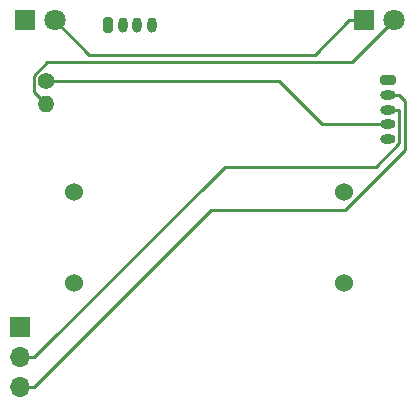
<source format=gbr>
%TF.GenerationSoftware,KiCad,Pcbnew,(6.0.7-1)-1*%
%TF.CreationDate,2023-10-29T12:13:08+10:00*%
%TF.ProjectId,GAUGE_Analog Instruments,47415547-455f-4416-9e61-6c6f6720496e,rev?*%
%TF.SameCoordinates,Original*%
%TF.FileFunction,Copper,L1,Top*%
%TF.FilePolarity,Positive*%
%FSLAX46Y46*%
G04 Gerber Fmt 4.6, Leading zero omitted, Abs format (unit mm)*
G04 Created by KiCad (PCBNEW (6.0.7-1)-1) date 2023-10-29 12:13:08*
%MOMM*%
%LPD*%
G01*
G04 APERTURE LIST*
G04 Aperture macros list*
%AMRoundRect*
0 Rectangle with rounded corners*
0 $1 Rounding radius*
0 $2 $3 $4 $5 $6 $7 $8 $9 X,Y pos of 4 corners*
0 Add a 4 corners polygon primitive as box body*
4,1,4,$2,$3,$4,$5,$6,$7,$8,$9,$2,$3,0*
0 Add four circle primitives for the rounded corners*
1,1,$1+$1,$2,$3*
1,1,$1+$1,$4,$5*
1,1,$1+$1,$6,$7*
1,1,$1+$1,$8,$9*
0 Add four rect primitives between the rounded corners*
20,1,$1+$1,$2,$3,$4,$5,0*
20,1,$1+$1,$4,$5,$6,$7,0*
20,1,$1+$1,$6,$7,$8,$9,0*
20,1,$1+$1,$8,$9,$2,$3,0*%
G04 Aperture macros list end*
%TA.AperFunction,ComponentPad*%
%ADD10C,1.524000*%
%TD*%
%TA.AperFunction,ComponentPad*%
%ADD11RoundRect,0.200000X-0.200000X-0.450000X0.200000X-0.450000X0.200000X0.450000X-0.200000X0.450000X0*%
%TD*%
%TA.AperFunction,ComponentPad*%
%ADD12O,0.800000X1.300000*%
%TD*%
%TA.AperFunction,ComponentPad*%
%ADD13C,1.400000*%
%TD*%
%TA.AperFunction,ComponentPad*%
%ADD14O,1.400000X1.400000*%
%TD*%
%TA.AperFunction,ComponentPad*%
%ADD15R,1.800000X1.800000*%
%TD*%
%TA.AperFunction,ComponentPad*%
%ADD16C,1.800000*%
%TD*%
%TA.AperFunction,ComponentPad*%
%ADD17RoundRect,0.200000X-0.450000X0.200000X-0.450000X-0.200000X0.450000X-0.200000X0.450000X0.200000X0*%
%TD*%
%TA.AperFunction,ComponentPad*%
%ADD18O,1.300000X0.800000*%
%TD*%
%TA.AperFunction,ComponentPad*%
%ADD19R,1.700000X1.700000*%
%TD*%
%TA.AperFunction,ComponentPad*%
%ADD20O,1.700000X1.700000*%
%TD*%
%TA.AperFunction,Conductor*%
%ADD21C,0.250000*%
%TD*%
G04 APERTURE END LIST*
D10*
%TO.P,M1,1*%
%TO.N,/COIL1*%
X168512800Y-93018000D03*
%TO.P,M1,2,-*%
%TO.N,/COIL2*%
X168512800Y-100718000D03*
%TO.P,M1,3*%
%TO.N,/COIL3*%
X191362800Y-100718000D03*
%TO.P,M1,4*%
%TO.N,/COIL4*%
X191362800Y-93018000D03*
%TD*%
D11*
%TO.P,J1,1,Pin_1*%
%TO.N,/COIL1*%
X171336500Y-78934600D03*
D12*
%TO.P,J1,2,Pin_2*%
%TO.N,/COIL4*%
X172586500Y-78934600D03*
%TO.P,J1,3,Pin_3*%
%TO.N,/COIL2*%
X173836500Y-78934600D03*
%TO.P,J1,4,Pin_4*%
%TO.N,/COIL3*%
X175086500Y-78934600D03*
%TD*%
D13*
%TO.P,R1,1*%
%TO.N,/BACKLIGHT_+12V*%
X166099500Y-83675600D03*
D14*
%TO.P,R1,2*%
%TO.N,Net-(D1-Pad2)*%
X166099500Y-85575600D03*
%TD*%
D15*
%TO.P,D2,1,K*%
%TO.N,/BACKLIGHT_GND*%
X164316500Y-78484600D03*
D16*
%TO.P,D2,2,A*%
%TO.N,Net-(D1-Pad1)*%
X166856500Y-78484600D03*
%TD*%
D15*
%TO.P,D1,1,K*%
%TO.N,Net-(D1-Pad1)*%
X193023500Y-78484600D03*
D16*
%TO.P,D1,2,A*%
%TO.N,Net-(D1-Pad2)*%
X195563500Y-78484600D03*
%TD*%
D17*
%TO.P,J4,1,Pin_1*%
%TO.N,/5V*%
X195055500Y-83564600D03*
D18*
%TO.P,J4,2,Pin_2*%
%TO.N,GND*%
X195055500Y-84814600D03*
%TO.P,J4,3,Pin_3*%
%TO.N,/ZERO_DETECT*%
X195055500Y-86064600D03*
%TO.P,J4,4,Pin_4*%
%TO.N,/BACKLIGHT_+12V*%
X195055500Y-87314600D03*
%TO.P,J4,5,Pin_5*%
%TO.N,/BACKLIGHT_GND*%
X195055500Y-88564600D03*
%TD*%
D19*
%TO.P,J3,1,Pin_1*%
%TO.N,/5V*%
X163897800Y-104488000D03*
D20*
%TO.P,J3,2,Pin_2*%
%TO.N,/ZERO_DETECT*%
X163897800Y-107028000D03*
%TO.P,J3,3,Pin_3*%
%TO.N,GND*%
X163897800Y-109568000D03*
%TD*%
D21*
%TO.N,GND*%
X165073100Y-109568000D02*
X180092300Y-94548800D01*
X163897800Y-109568000D02*
X165073100Y-109568000D01*
X180092300Y-94548800D02*
X191403100Y-94548800D01*
X196505500Y-89446400D02*
X196505500Y-85289300D01*
X191403100Y-94548800D02*
X196505500Y-89446400D01*
X195055500Y-84814600D02*
X196030800Y-84814600D01*
X196505500Y-85289300D02*
X196030800Y-84814600D01*
%TO.N,/ZERO_DETECT*%
X196030800Y-88883800D02*
X194035900Y-90878700D01*
X195055500Y-86064600D02*
X196030800Y-86064600D01*
X194035900Y-90878700D02*
X181222400Y-90878700D01*
X181222400Y-90878700D02*
X165073100Y-107028000D01*
X163897800Y-107028000D02*
X165073100Y-107028000D01*
X196030800Y-86064600D02*
X196030800Y-88883800D01*
%TO.N,Net-(D1-Pad1)*%
X191798200Y-78484600D02*
X188882700Y-81400100D01*
X193023500Y-78484600D02*
X191798200Y-78484600D01*
X188882700Y-81400100D02*
X169772000Y-81400100D01*
X169772000Y-81400100D02*
X166856500Y-78484600D01*
%TO.N,Net-(D1-Pad2)*%
X191999300Y-82048800D02*
X166213500Y-82048800D01*
X165070700Y-83191600D02*
X165070700Y-84546800D01*
X165070700Y-84546800D02*
X166099500Y-85575600D01*
X195563500Y-78484600D02*
X191999300Y-82048800D01*
X166213500Y-82048800D02*
X165070700Y-83191600D01*
%TO.N,/BACKLIGHT_+12V*%
X185829300Y-83675600D02*
X166099500Y-83675600D01*
X189468300Y-87314600D02*
X185829300Y-83675600D01*
X195055500Y-87314600D02*
X189468300Y-87314600D01*
%TD*%
M02*

</source>
